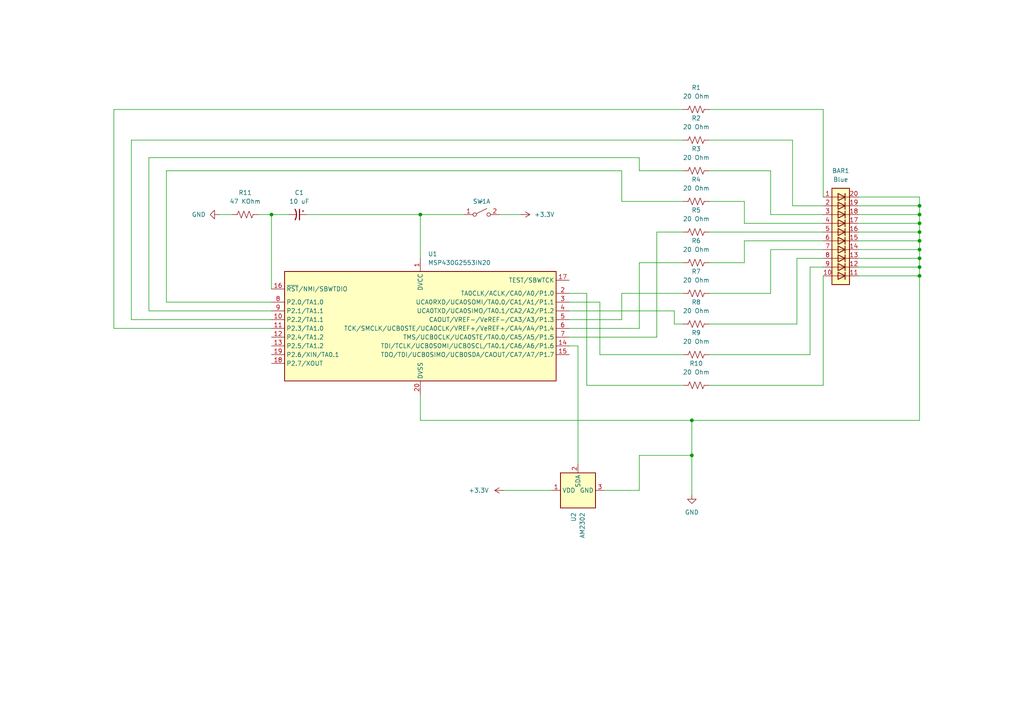
<source format=kicad_sch>
(kicad_sch (version 20230121) (generator eeschema)
  (paper "A4")
  (lib_symbols
    (symbol "Device:C_Polarized_Small_US" (pin_numbers hide) (pin_names (offset 0.254) hide)
      (property "Reference" "C" (at 0.254 1.778 0))
      (property "Value" "C_Polarized_Small_US" (at 0.254 -2.032 0))
      (symbol "C_Polarized_Small_US_0_1"
        (polyline (pts (xy -1.524 0.508) (xy 1.524 0.508)) (stroke (width 0.3048)))
        (polyline (pts (xy -1.27 1.524) (xy -0.762 1.524)))
        (polyline (pts (xy -1.016 1.27) (xy -1.016 1.778)))
        (arc (start 1.524 -0.762) (mid 0 -0.3734) (end -1.524 -0.762) (stroke (width 0.3048)))
      )
      (symbol "C_Polarized_Small_US_1_1"
        (pin passive line (at 0 2.54 270) (length 2.032) (name "~") (number "1"))
        (pin passive line (at 0 -2.54 90) (length 2.032) (name "~") (number "2"))
      )
    )
    (symbol "Device:R_US" (pin_numbers hide) (pin_names (offset 0))
      (property "Reference" "R" (at 2.54 0 90))
      (property "Value" "R_US" (at -2.54 0 90))
      (symbol "R_US_0_1"
        (polyline (pts (xy 0 -2.286) (xy 0 -2.54)))
        (polyline (pts (xy 0 2.286) (xy 0 2.54)))
        (polyline (pts (xy 0 -0.762) (xy 1.016 -1.143) (xy 0 -1.524) (xy -1.016 -1.905) (xy 0 -2.286)))
        (polyline (pts (xy 0 0.762) (xy 1.016 0.381) (xy 0 0) (xy -1.016 -0.381) (xy 0 -0.762)))
        (polyline (pts (xy 0 2.286) (xy 1.016 1.905) (xy 0 1.524) (xy -1.016 1.143) (xy 0 0.762)))
      )
      (symbol "R_US_1_1"
        (pin passive line (at 0 3.81 270) (length 1.27) (name "~") (number "1"))
        (pin passive line (at 0 -3.81 90) (length 1.27) (name "~") (number "2"))
      )
    )
    (symbol "LED:HDSP-4836_2" (pin_names (offset 1.016) hide)
      (property "Reference" "BAR" (at 0 15.24 0))
      (property "Value" "HDSP-4836_2" (at 0 -17.78 0))
      (symbol "HDSP-4836_2_0_1"
        (rectangle (start -2.54 12.7) (end 2.54 -15.24) (stroke (width 0.254)) (fill (type background)))
        (polyline (pts (xy -2.54 -12.7) (xy 2.54 -12.7)))
        (polyline (pts (xy -2.54 -10.16) (xy 2.54 -10.16)))
        (polyline (pts (xy -2.54 -7.62) (xy 2.54 -7.62)))
        (polyline (pts (xy -2.54 -5.08) (xy 2.54 -5.08)))
        (polyline (pts (xy -2.54 0) (xy 2.54 0)))
        (polyline (pts (xy -2.54 5.08) (xy 2.54 5.08)))
        (polyline (pts (xy -2.54 7.62) (xy 2.54 7.62)))
        (polyline (pts (xy -2.54 10.16) (xy 2.54 10.16)))
        (polyline (pts (xy 1.27 -11.684) (xy 1.27 -13.716)) (stroke (width 0.254)))
        (polyline (pts (xy 1.27 -9.144) (xy 1.27 -11.176)) (stroke (width 0.254)))
        (polyline (pts (xy 1.27 -6.604) (xy 1.27 -8.636)) (stroke (width 0.254)))
        (polyline (pts (xy 1.27 -4.064) (xy 1.27 -6.096)) (stroke (width 0.254)))
        (polyline (pts (xy 1.27 -1.524) (xy 1.27 -3.556)) (stroke (width 0.254)))
        (polyline (pts (xy 1.27 1.016) (xy 1.27 -1.016)) (stroke (width 0.254)))
        (polyline (pts (xy 1.27 3.556) (xy 1.27 1.524)) (stroke (width 0.254)))
        (polyline (pts (xy 1.27 6.096) (xy 1.27 4.064)) (stroke (width 0.254)))
        (polyline (pts (xy 1.27 8.636) (xy 1.27 6.604)) (stroke (width 0.254)))
        (polyline (pts (xy 1.27 11.176) (xy 1.27 9.144)) (stroke (width 0.254)))
        (polyline (pts (xy 2.54 -2.54) (xy -2.54 -2.54)))
        (polyline (pts (xy 2.54 2.54) (xy -2.54 2.54)))
        (polyline (pts (xy -0.762 -11.684) (xy -0.762 -13.716) (xy 1.27 -12.7) (xy -0.762 -11.684)) (stroke (width 0.254)))
        (polyline (pts (xy -0.762 -9.144) (xy -0.762 -11.176) (xy 1.27 -10.16) (xy -0.762 -9.144)) (stroke (width 0.254)))
        (polyline (pts (xy -0.762 -6.604) (xy -0.762 -8.636) (xy 1.27 -7.62) (xy -0.762 -6.604)) (stroke (width 0.254)))
        (polyline (pts (xy -0.762 -4.064) (xy -0.762 -6.096) (xy 1.27 -5.08) (xy -0.762 -4.064)) (stroke (width 0.254)))
        (polyline (pts (xy -0.762 -1.524) (xy -0.762 -3.556) (xy 1.27 -2.54) (xy -0.762 -1.524)) (stroke (width 0.254)))
        (polyline (pts (xy -0.762 1.016) (xy -0.762 -1.016) (xy 1.27 0) (xy -0.762 1.016)) (stroke (width 0.254)))
        (polyline (pts (xy -0.762 3.556) (xy -0.762 1.524) (xy 1.27 2.54) (xy -0.762 3.556)) (stroke (width 0.254)))
        (polyline (pts (xy -0.762 6.096) (xy -0.762 4.064) (xy 1.27 5.08) (xy -0.762 6.096)) (stroke (width 0.254)))
        (polyline (pts (xy -0.762 8.636) (xy -0.762 6.604) (xy 1.27 7.62) (xy -0.762 8.636)) (stroke (width 0.254)))
        (polyline (pts (xy -0.762 11.176) (xy -0.762 9.144) (xy 1.27 10.16) (xy -0.762 11.176)) (stroke (width 0.254)))
      )
      (symbol "HDSP-4836_2_1_1"
        (pin passive line (at -5.08 10.16 0) (length 2.54) (name "A") (number "1"))
        (pin passive line (at -5.08 -12.7 0) (length 2.54) (name "A") (number "10"))
        (pin passive line (at 5.08 -12.7 180) (length 2.54) (name "K") (number "11"))
        (pin passive line (at 5.08 -10.16 180) (length 2.54) (name "K") (number "12"))
        (pin passive line (at 5.08 -7.62 180) (length 2.54) (name "K") (number "13"))
        (pin passive line (at 5.08 -5.08 180) (length 2.54) (name "K") (number "14"))
        (pin passive line (at 5.08 -2.54 180) (length 2.54) (name "K") (number "15"))
        (pin passive line (at 5.08 0 180) (length 2.54) (name "K") (number "16"))
        (pin passive line (at 5.08 2.54 180) (length 2.54) (name "K") (number "17"))
        (pin passive line (at 5.08 5.08 180) (length 2.54) (name "K") (number "18"))
        (pin passive line (at 5.08 7.62 180) (length 2.54) (name "K") (number "19"))
        (pin passive line (at -5.08 7.62 0) (length 2.54) (name "A") (number "2"))
        (pin passive line (at 5.08 10.16 180) (length 2.54) (name "K") (number "20"))
        (pin passive line (at -5.08 5.08 0) (length 2.54) (name "A") (number "3"))
        (pin passive line (at -5.08 2.54 0) (length 2.54) (name "A") (number "4"))
        (pin passive line (at -5.08 0 0) (length 2.54) (name "A") (number "5"))
        (pin passive line (at -5.08 -2.54 0) (length 2.54) (name "A") (number "6"))
        (pin passive line (at -5.08 -5.08 0) (length 2.54) (name "A") (number "7"))
        (pin passive line (at -5.08 -7.62 0) (length 2.54) (name "A") (number "8"))
        (pin passive line (at -5.08 -10.16 0) (length 2.54) (name "A") (number "9"))
      )
    )
    (symbol "MCU_Texas_MSP430:MSP430G2553IN20"
      (property "Reference" "U" (at -38.1 17.78 0))
      (property "Value" "MSP430G2553IN20" (at 31.75 -16.51 0))
      (symbol "MSP430G2553IN20_0_1"
        (rectangle (start -39.37 16.51) (end 39.37 -15.24) (stroke (width 0.254)) (fill (type background)))
      )
      (symbol "MSP430G2553IN20_1_1"
        (pin power_in line (at 0 20.32 270) (length 3.81) (name "DVCC") (number "1"))
        (pin bidirectional line (at -43.18 2.54 0) (length 3.81) (name "P2.2/TA1.1") (number "10"))
        (pin bidirectional line (at -43.18 0 0) (length 3.81) (name "P2.3/TA1.0") (number "11"))
        (pin bidirectional line (at -43.18 -2.54 0) (length 3.81) (name "P2.4/TA1.2") (number "12"))
        (pin bidirectional line (at -43.18 -5.08 0) (length 3.81) (name "P2.5/TA1.2") (number "13"))
        (pin bidirectional line (at 43.18 -5.08 180) (length 3.81) (name "TDI/TCLK/UCB0SOMI/UCB0SCL/TA0.1/CA6/A6/P1.6") (number "14"))
        (pin bidirectional line (at 43.18 -7.62 180) (length 3.81) (name "TDO/TDI/UCB0SIMO/UCB0SDA/CAOUT/CA7/A7/P1.7") (number "15"))
        (pin input line (at -43.18 11.43 0) (length 3.81) (name "~{RST}/NMI/SBWTDIO") (number "16"))
        (pin input line (at 43.18 13.97 180) (length 3.81) (name "TEST/SBWTCK") (number "17"))
        (pin bidirectional line (at -43.18 -10.16 0) (length 3.81) (name "P2.7/XOUT") (number "18"))
        (pin bidirectional line (at -43.18 -7.62 0) (length 3.81) (name "P2.6/XIN/TA0.1") (number "19"))
        (pin bidirectional line (at 43.18 10.16 180) (length 3.81) (name "TA0CLK/ACLK/CA0/A0/P1.0") (number "2"))
        (pin power_in line (at 0 -19.05 90) (length 3.81) (name "DVSS") (number "20"))
        (pin bidirectional line (at 43.18 7.62 180) (length 3.81) (name "UCA0RXD/UCA0SOMI/TA0.0/CA1/A1/P1.1") (number "3"))
        (pin bidirectional line (at 43.18 5.08 180) (length 3.81) (name "UCA0TXD/UCA0SIMO/TA0.1/CA2/A2/P1.2") (number "4"))
        (pin bidirectional line (at 43.18 2.54 180) (length 3.81) (name "CAOUT/VREF-/VeREF-/CA3/A3/P1.3") (number "5"))
        (pin bidirectional line (at 43.18 0 180) (length 3.81) (name "TCK/SMCLK/UCB0STE/UCA0CLK/VREF+/VeREF+/CA4/A4/P1.4") (number "6"))
        (pin bidirectional line (at 43.18 -2.54 180) (length 3.81) (name "TMS/UCB0CLK/UCA0STE/TA0.0/CA5/A5/P1.5") (number "7"))
        (pin bidirectional line (at -43.18 7.62 0) (length 3.81) (name "P2.0/TA1.0") (number "8"))
        (pin bidirectional line (at -43.18 5.08 0) (length 3.81) (name "P2.1/TA1.1") (number "9"))
      )
    )
    (symbol "Sensor:AM2302"
      (property "Reference" "U" (at -3.81 6.35 0))
      (property "Value" "AM2302" (at 3.81 6.35 0))
      (symbol "AM2302_0_1"
        (rectangle (start -5.08 5.08) (end 5.08 -5.08) (stroke (width 0.254)) (fill (type background)))
      )
      (symbol "AM2302_1_1"
        (pin power_in line (at 0 7.62 270) (length 2.54) (name "VDD") (number "1"))
        (pin bidirectional line (at 7.62 0 180) (length 2.54) (name "SDA") (number "2"))
        (pin power_in line (at 0 -7.62 90) (length 2.54) (name "GND") (number "3"))
        (pin passive line (at 0 -7.62 90) (length 2.54) hide (name "GND") (number "4"))
      )
    )
    (symbol "Switch:SW_DPST_x2" (pin_names (offset 0) hide)
      (property "Reference" "SW" (at 0 3.175 0))
      (property "Value" "SW_DPST_x2" (at 0 -2.54 0))
      (symbol "SW_DPST_x2_0_0"
        (circle (center -2.032 0) (radius 0.508))
        (polyline (pts (xy -1.524 0.254) (xy 1.524 1.778)))
        (circle (center 2.032 0) (radius 0.508))
      )
      (symbol "SW_DPST_x2_1_1"
        (pin passive line (at -5.08 0 0) (length 2.54) (name "A") (number "1"))
        (pin passive line (at 5.08 0 180) (length 2.54) (name "B") (number "2"))
      )
      (symbol "SW_DPST_x2_2_1"
        (pin passive line (at -5.08 0 0) (length 2.54) (name "A") (number "3"))
        (pin passive line (at 5.08 0 180) (length 2.54) (name "B") (number "4"))
      )
    )
    (symbol "power:+3.3V" (power) (pin_names (offset 0))
      (property "Value" "+3.3V" (at 0 3.556 0))
      (symbol "+3.3V_0_1"
        (polyline (pts (xy -0.762 1.27) (xy 0 2.54)))
        (polyline (pts (xy 0 0) (xy 0 2.54)))
        (polyline (pts (xy 0 2.54) (xy 0.762 1.27)))
      )
      (symbol "+3.3V_1_1"
        (pin power_in line (at 0 0 90) (length 0) hide (name "+3.3V") (number "1"))
      )
    )
    (symbol "power:GND" (power) (pin_names (offset 0))
      (property "Value" "GND" (at 0 -3.81 0))
      (symbol "GND_0_1"
        (polyline (pts (xy 0 0) (xy 0 -1.27) (xy 1.27 -1.27) (xy 0 -2.54) (xy -1.27 -1.27) (xy 0 -1.27)))
      )
      (symbol "GND_1_1"
        (pin power_in line (at 0 0 270) (length 0) hide (name "GND") (number "1"))
      )
    )
  )
  (junction (at 266.7 67.31))
  (junction (at 121.92 62.23))
  (junction (at 266.7 74.93))
  (junction (at 266.7 64.77))
  (junction (at 266.7 77.47))
  (junction (at 266.7 59.69))
  (junction (at 266.7 72.39))
  (junction (at 78.74 62.23))
  (junction (at 266.7 80.01))
  (junction (at 266.7 69.85))
  (junction (at 266.7 62.23))
  (junction (at 200.66 121.92))
  (junction (at 200.66 132.08))
  (wire (pts (xy 248.92 69.85) (xy 266.7 69.85)))
  (wire (pts (xy 144.78 62.23) (xy 151.13 62.23)))
  (wire (pts (xy 43.18 90.17) (xy 43.18 45.72)))
  (wire (pts (xy 78.74 90.17) (xy 43.18 90.17)))
  (wire (pts (xy 173.99 87.63) (xy 173.99 102.87)))
  (wire (pts (xy 231.14 74.93) (xy 231.14 93.98)))
  (wire (pts (xy 248.92 80.01) (xy 266.7 80.01)))
  (wire (pts (xy 223.52 72.39) (xy 238.76 72.39)))
  (wire (pts (xy 234.95 102.87) (xy 234.95 77.47)))
  (wire (pts (xy 185.42 76.2) (xy 185.42 95.25)))
  (wire (pts (xy 200.66 143.51) (xy 200.66 132.08)))
  (wire (pts (xy 266.7 57.15) (xy 266.7 59.69)))
  (wire (pts (xy 175.26 142.24) (xy 185.42 142.24)))
  (wire (pts (xy 185.42 49.53) (xy 198.12 49.53)))
  (wire (pts (xy 223.52 85.09) (xy 205.74 85.09)))
  (wire (pts (xy 165.1 90.17) (xy 195.58 90.17)))
  (wire (pts (xy 266.7 72.39) (xy 266.7 74.93)))
  (wire (pts (xy 48.26 49.53) (xy 180.34 49.53)))
  (wire (pts (xy 223.52 49.53) (xy 223.52 62.23)))
  (wire (pts (xy 190.5 67.31) (xy 198.12 67.31)))
  (wire (pts (xy 121.92 114.3) (xy 121.92 121.92)))
  (wire (pts (xy 266.7 62.23) (xy 266.7 64.77)))
  (wire (pts (xy 165.1 92.71) (xy 180.34 92.71)))
  (wire (pts (xy 121.92 62.23) (xy 121.92 74.93)))
  (wire (pts (xy 180.34 49.53) (xy 180.34 58.42)))
  (wire (pts (xy 205.74 67.31) (xy 238.76 67.31)))
  (wire (pts (xy 205.74 111.76) (xy 238.76 111.76)))
  (wire (pts (xy 266.7 64.77) (xy 266.7 67.31)))
  (wire (pts (xy 266.7 69.85) (xy 266.7 72.39)))
  (wire (pts (xy 215.9 69.85) (xy 238.76 69.85)))
  (wire (pts (xy 78.74 95.25) (xy 33.02 95.25)))
  (wire (pts (xy 205.74 102.87) (xy 234.95 102.87)))
  (wire (pts (xy 33.02 95.25) (xy 33.02 31.75)))
  (wire (pts (xy 231.14 93.98) (xy 205.74 93.98)))
  (wire (pts (xy 180.34 85.09) (xy 180.34 92.71)))
  (wire (pts (xy 121.92 62.23) (xy 134.62 62.23)))
  (wire (pts (xy 78.74 92.71) (xy 38.1 92.71)))
  (wire (pts (xy 185.42 45.72) (xy 185.42 49.53)))
  (wire (pts (xy 170.18 85.09) (xy 170.18 111.76)))
  (wire (pts (xy 266.7 80.01) (xy 266.7 121.92)))
  (wire (pts (xy 43.18 45.72) (xy 185.42 45.72)))
  (wire (pts (xy 266.7 74.93) (xy 266.7 77.47)))
  (wire (pts (xy 190.5 67.31) (xy 190.5 97.79)))
  (wire (pts (xy 185.42 142.24) (xy 185.42 132.08)))
  (wire (pts (xy 215.9 64.77) (xy 238.76 64.77)))
  (wire (pts (xy 48.26 87.63) (xy 78.74 87.63)))
  (wire (pts (xy 170.18 111.76) (xy 198.12 111.76)))
  (wire (pts (xy 231.14 74.93) (xy 238.76 74.93)))
  (wire (pts (xy 266.7 77.47) (xy 266.7 80.01)))
  (wire (pts (xy 248.92 74.93) (xy 266.7 74.93)))
  (wire (pts (xy 121.92 121.92) (xy 200.66 121.92)))
  (wire (pts (xy 180.34 85.09) (xy 198.12 85.09)))
  (wire (pts (xy 173.99 102.87) (xy 198.12 102.87)))
  (wire (pts (xy 74.93 62.23) (xy 78.74 62.23)))
  (wire (pts (xy 234.95 77.47) (xy 238.76 77.47)))
  (wire (pts (xy 48.26 49.53) (xy 48.26 87.63)))
  (wire (pts (xy 266.7 59.69) (xy 266.7 62.23)))
  (wire (pts (xy 223.52 62.23) (xy 238.76 62.23)))
  (wire (pts (xy 205.74 31.75) (xy 238.76 31.75)))
  (wire (pts (xy 229.87 40.64) (xy 229.87 59.69)))
  (wire (pts (xy 33.02 31.75) (xy 198.12 31.75)))
  (wire (pts (xy 248.92 67.31) (xy 266.7 67.31)))
  (wire (pts (xy 165.1 95.25) (xy 185.42 95.25)))
  (wire (pts (xy 248.92 59.69) (xy 266.7 59.69)))
  (wire (pts (xy 215.9 69.85) (xy 215.9 76.2)))
  (wire (pts (xy 248.92 57.15) (xy 266.7 57.15)))
  (wire (pts (xy 185.42 76.2) (xy 198.12 76.2)))
  (wire (pts (xy 205.74 40.64) (xy 229.87 40.64)))
  (wire (pts (xy 185.42 132.08) (xy 200.66 132.08)))
  (wire (pts (xy 180.34 58.42) (xy 198.12 58.42)))
  (wire (pts (xy 165.1 87.63) (xy 173.99 87.63)))
  (wire (pts (xy 165.1 85.09) (xy 170.18 85.09)))
  (wire (pts (xy 215.9 76.2) (xy 205.74 76.2)))
  (wire (pts (xy 200.66 132.08) (xy 200.66 121.92)))
  (wire (pts (xy 238.76 111.76) (xy 238.76 80.01)))
  (wire (pts (xy 165.1 97.79) (xy 190.5 97.79)))
  (wire (pts (xy 248.92 64.77) (xy 266.7 64.77)))
  (wire (pts (xy 146.05 142.24) (xy 160.02 142.24)))
  (wire (pts (xy 205.74 58.42) (xy 215.9 58.42)))
  (wire (pts (xy 215.9 58.42) (xy 215.9 64.77)))
  (wire (pts (xy 195.58 90.17) (xy 195.58 93.98)))
  (wire (pts (xy 229.87 59.69) (xy 238.76 59.69)))
  (wire (pts (xy 167.64 134.62) (xy 167.64 100.33)))
  (wire (pts (xy 78.74 62.23) (xy 83.82 62.23)))
  (wire (pts (xy 200.66 121.92) (xy 266.7 121.92)))
  (wire (pts (xy 248.92 62.23) (xy 266.7 62.23)))
  (wire (pts (xy 63.5 62.23) (xy 67.31 62.23)))
  (wire (pts (xy 248.92 77.47) (xy 266.7 77.47)))
  (wire (pts (xy 266.7 67.31) (xy 266.7 69.85)))
  (wire (pts (xy 38.1 40.64) (xy 198.12 40.64)))
  (wire (pts (xy 78.74 62.23) (xy 78.74 83.82)))
  (wire (pts (xy 223.52 72.39) (xy 223.52 85.09)))
  (wire (pts (xy 248.92 72.39) (xy 266.7 72.39)))
  (wire (pts (xy 88.9 62.23) (xy 121.92 62.23)))
  (wire (pts (xy 38.1 92.71) (xy 38.1 40.64)))
  (wire (pts (xy 238.76 31.75) (xy 238.76 57.15)))
  (wire (pts (xy 195.58 93.98) (xy 198.12 93.98)))
  (wire (pts (xy 167.64 100.33) (xy 165.1 100.33)))
  (wire (pts (xy 205.74 49.53) (xy 223.52 49.53)))
  (symbol (lib_id "Device:R_US") (at 201.93 58.42 270) (unit 1)
    (property "Reference" "R4" (at 201.93 52.07 90))
    (property "Value" "20 Ohm" (at 201.93 54.61 90))
  )
  (symbol (lib_id "power:+3.3V") (at 146.05 142.24 90) (unit 1)
    (property "Reference" "#PWR04" (effects hide))
    (property "Value" "+3.3V" (at 135.89 142.24 90) (effects (justify right)))
  )
  (symbol (lib_id "Device:R_US") (at 201.93 31.75 270) (unit 1)
    (property "Reference" "R1" (at 201.93 25.4 90))
    (property "Value" "20 Ohm" (at 201.93 27.94 90))
  )
  (symbol (lib_id "Sensor:AM2302") (at 167.64 142.24 90) (unit 1)
    (property "Reference" "U2" (at 166.37 148.59 0) (effects (justify right)))
    (property "Value" "AM2302" (at 168.91 148.59 0) (effects (justify right)))
    (property "Footprint" "Sensor:ASAIR_AM2302_P2.54mm_Vertical" (effects hide))
    (property "Datasheet" "http://akizukidenshi.com/download/ds/aosong/AM2302.pdf" (effects hide))
  )
  (symbol (lib_id "Device:R_US") (at 201.93 40.64 270) (unit 1)
    (property "Reference" "R2" (at 201.93 34.29 90))
    (property "Value" "20 Ohm" (at 201.93 36.83 90))
  )
  (symbol (lib_id "Device:R_US") (at 201.93 67.31 270) (unit 1)
    (property "Reference" "R5" (at 201.93 60.96 90))
    (property "Value" "20 Ohm" (at 201.93 63.5 90))
  )
  (symbol (lib_id "Device:R_US") (at 201.93 85.09 270) (unit 1)
    (property "Reference" "R7" (at 201.93 78.74 90))
    (property "Value" "20 Ohm" (at 201.93 81.28 90))
  )
  (symbol (lib_id "Device:R_US") (at 201.93 111.76 270) (unit 1)
    (property "Reference" "R10" (at 201.93 105.41 90))
    (property "Value" "20 Ohm" (at 201.93 107.95 90))
  )
  (symbol (lib_id "MCU_Texas_MSP430:MSP430G2553IN20") (at 121.92 95.25 0) (unit 1)
    (property "Reference" "U1" (at 124.1141 73.66 0) (effects (justify left)))
    (property "Value" "MSP430G2553IN20" (at 124.1141 76.2 0) (effects (justify left)))
    (property "Footprint" "Package_DIP:DIP-20_W7.62mm" (effects hide))
    (property "Datasheet" "http://www.ti.com/lit/ds/symlink/msp430g2553.pdf" (effects hide))
  )
  (symbol (lib_id "Device:R_US") (at 201.93 93.98 270) (unit 1)
    (property "Reference" "R8" (at 201.93 87.63 90))
    (property "Value" "20 Ohm" (at 201.93 90.17 90))
  )
  (symbol (lib_id "power:GND") (at 200.66 143.51 0) (unit 1)
    (property "Reference" "#PWR01" (effects hide))
    (property "Value" "GND" (at 200.66 148.59 0))
  )
  (symbol (lib_id "power:+3.3V") (at 151.13 62.23 270) (unit 1)
    (property "Reference" "#PWR02" (effects hide))
    (property "Value" "+3.3V" (at 154.94 62.23 90) (effects (justify left)))
  )
  (symbol (lib_id "Device:R_US") (at 201.93 102.87 270) (unit 1)
    (property "Reference" "R9" (at 201.93 96.52 90))
    (property "Value" "20 Ohm" (at 201.93 99.06 90))
  )
  (symbol (lib_id "Device:R_US") (at 71.12 62.23 270) (unit 1)
    (property "Reference" "R11" (at 71.12 55.88 90))
    (property "Value" "47 KOhm" (at 71.12 58.42 90))
  )
  (symbol (lib_id "Device:C_Polarized_Small_US") (at 86.36 62.23 270) (unit 1)
    (property "Reference" "C1" (at 86.7918 55.88 90))
    (property "Value" "10 uF" (at 86.7918 58.42 90))
  )
  (symbol (lib_id "power:GND") (at 63.5 62.23 270) (unit 1)
    (property "Reference" "#PWR03" (effects hide))
    (property "Value" "GND" (at 59.69 62.23 90) (effects (justify right)))
  )
  (symbol (lib_id "Switch:SW_DPST_x2") (at 139.7 62.23 0) (unit 1)
    (property "Reference" "SW1" (at 139.7 58.42 0))
    (property "Value" "~" (at 139.7 58.42 0))
  )
  (symbol (lib_id "Device:R_US") (at 201.93 76.2 270) (unit 1)
    (property "Reference" "R6" (at 201.93 69.85 90))
    (property "Value" "20 Ohm" (at 201.93 72.39 90))
  )
  (symbol (lib_id "Device:R_US") (at 201.93 49.53 270) (unit 1)
    (property "Reference" "R3" (at 201.93 43.18 90))
    (property "Value" "20 Ohm" (at 201.93 45.72 90))
  )
  (symbol (lib_id "LED:HDSP-4836_2") (at 243.84 67.31 0) (unit 1)
    (property "Reference" "BAR1" (at 243.84 49.53 0))
    (property "Value" "Blue" (at 243.84 52.07 0))
    (property "Footprint" "Display:HDSP-4836" (effects hide))
    (property "Datasheet" "https://docs.broadcom.com/docs/AV02-1798EN" (effects hide))
  )
)
</source>
